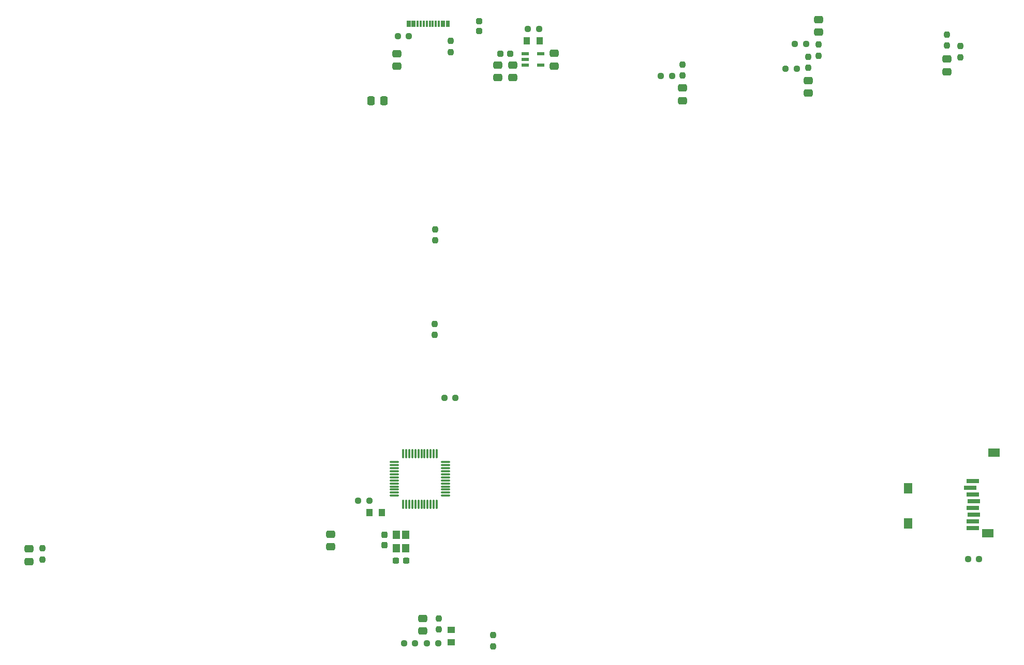
<source format=gtp>
G04 #@! TF.GenerationSoftware,KiCad,Pcbnew,8.0.3*
G04 #@! TF.CreationDate,2024-08-13T11:44:20+03:00*
G04 #@! TF.ProjectId,Keyboard_stm32,4b657962-6f61-4726-945f-73746d33322e,rev?*
G04 #@! TF.SameCoordinates,Original*
G04 #@! TF.FileFunction,Paste,Top*
G04 #@! TF.FilePolarity,Positive*
%FSLAX46Y46*%
G04 Gerber Fmt 4.6, Leading zero omitted, Abs format (unit mm)*
G04 Created by KiCad (PCBNEW 8.0.3) date 2024-08-13 11:44:20*
%MOMM*%
%LPD*%
G01*
G04 APERTURE LIST*
G04 Aperture macros list*
%AMRoundRect*
0 Rectangle with rounded corners*
0 $1 Rounding radius*
0 $2 $3 $4 $5 $6 $7 $8 $9 X,Y pos of 4 corners*
0 Add a 4 corners polygon primitive as box body*
4,1,4,$2,$3,$4,$5,$6,$7,$8,$9,$2,$3,0*
0 Add four circle primitives for the rounded corners*
1,1,$1+$1,$2,$3*
1,1,$1+$1,$4,$5*
1,1,$1+$1,$6,$7*
1,1,$1+$1,$8,$9*
0 Add four rect primitives between the rounded corners*
20,1,$1+$1,$2,$3,$4,$5,0*
20,1,$1+$1,$4,$5,$6,$7,0*
20,1,$1+$1,$6,$7,$8,$9,0*
20,1,$1+$1,$8,$9,$2,$3,0*%
G04 Aperture macros list end*
%ADD10RoundRect,0.250000X-0.250000X0.250000X-0.250000X-0.250000X0.250000X-0.250000X0.250000X0.250000X0*%
%ADD11RoundRect,0.237500X0.250000X0.237500X-0.250000X0.237500X-0.250000X-0.237500X0.250000X-0.237500X0*%
%ADD12R,1.400000X1.800000*%
%ADD13R,1.900000X1.400000*%
%ADD14R,2.000000X0.800000*%
%ADD15RoundRect,0.075000X0.075000X-0.662500X0.075000X0.662500X-0.075000X0.662500X-0.075000X-0.662500X0*%
%ADD16RoundRect,0.075000X0.662500X-0.075000X0.662500X0.075000X-0.662500X0.075000X-0.662500X-0.075000X0*%
%ADD17RoundRect,0.237500X-0.237500X0.250000X-0.237500X-0.250000X0.237500X-0.250000X0.237500X0.250000X0*%
%ADD18RoundRect,0.250000X-0.475000X0.337500X-0.475000X-0.337500X0.475000X-0.337500X0.475000X0.337500X0*%
%ADD19RoundRect,0.250000X0.475000X-0.337500X0.475000X0.337500X-0.475000X0.337500X-0.475000X-0.337500X0*%
%ADD20R,1.150000X1.400000*%
%ADD21R,1.300000X1.100000*%
%ADD22RoundRect,0.237500X-0.250000X-0.237500X0.250000X-0.237500X0.250000X0.237500X-0.250000X0.237500X0*%
%ADD23RoundRect,0.237500X-0.237500X0.300000X-0.237500X-0.300000X0.237500X-0.300000X0.237500X0.300000X0*%
%ADD24R,0.300000X1.100000*%
%ADD25RoundRect,0.237500X0.237500X-0.250000X0.237500X0.250000X-0.237500X0.250000X-0.237500X-0.250000X0*%
%ADD26RoundRect,0.237500X0.300000X0.237500X-0.300000X0.237500X-0.300000X-0.237500X0.300000X-0.237500X0*%
%ADD27R,1.100000X1.300000*%
%ADD28RoundRect,0.250000X-0.337500X-0.475000X0.337500X-0.475000X0.337500X0.475000X-0.337500X0.475000X0*%
%ADD29RoundRect,0.250000X-0.250000X-0.250000X0.250000X-0.250000X0.250000X0.250000X-0.250000X0.250000X0*%
%ADD30R,1.200000X0.600000*%
G04 APERTURE END LIST*
D10*
X143320000Y-33890000D03*
X143320000Y-35490000D03*
D11*
X139450000Y-95550000D03*
X137625000Y-95550000D03*
D12*
X213548750Y-110425000D03*
X213548750Y-116125000D03*
D13*
X227598750Y-104575000D03*
X226598750Y-117725000D03*
D14*
X224098750Y-109235000D03*
X223698750Y-110335000D03*
X224098750Y-111435000D03*
X224298750Y-112535000D03*
X224098750Y-113635000D03*
X224298750Y-114735000D03*
X224098750Y-115835000D03*
X224098750Y-116935000D03*
D11*
X125350000Y-112450000D03*
X123525000Y-112450000D03*
D15*
X130900000Y-113012500D03*
X131400000Y-113012500D03*
X131900000Y-113012500D03*
X132400000Y-113012500D03*
X132900000Y-113012500D03*
X133400000Y-113012500D03*
X133900000Y-113012500D03*
X134400000Y-113012500D03*
X134900000Y-113012500D03*
X135400000Y-113012500D03*
X135900000Y-113012500D03*
X136400000Y-113012500D03*
D16*
X137812500Y-111600000D03*
X137812500Y-111100000D03*
X137812500Y-110600000D03*
X137812500Y-110100000D03*
X137812500Y-109600000D03*
X137812500Y-109100000D03*
X137812500Y-108600000D03*
X137812500Y-108100000D03*
X137812500Y-107600000D03*
X137812500Y-107100000D03*
X137812500Y-106600000D03*
X137812500Y-106100000D03*
D15*
X136400000Y-104687500D03*
X135900000Y-104687500D03*
X135400000Y-104687500D03*
X134900000Y-104687500D03*
X134400000Y-104687500D03*
X133900000Y-104687500D03*
X133400000Y-104687500D03*
X132900000Y-104687500D03*
X132400000Y-104687500D03*
X131900000Y-104687500D03*
X131400000Y-104687500D03*
X130900000Y-104687500D03*
D16*
X129487500Y-106100000D03*
X129487500Y-106600000D03*
X129487500Y-107100000D03*
X129487500Y-107600000D03*
X129487500Y-108100000D03*
X129487500Y-108600000D03*
X129487500Y-109100000D03*
X129487500Y-109600000D03*
X129487500Y-110100000D03*
X129487500Y-110600000D03*
X129487500Y-111100000D03*
X129487500Y-111600000D03*
D17*
X219850000Y-36025000D03*
X219850000Y-37850000D03*
D18*
X197150000Y-43562500D03*
X197150000Y-45637500D03*
D19*
X69650000Y-122387500D03*
X69650000Y-120312500D03*
D17*
X136050000Y-83425000D03*
X136050000Y-85250000D03*
D20*
X129750000Y-117975000D03*
X129750000Y-120175000D03*
X131350000Y-120175000D03*
X131350000Y-117975000D03*
D21*
X138737500Y-133550000D03*
X138737500Y-135650000D03*
D22*
X151325000Y-35100000D03*
X153150000Y-35100000D03*
D23*
X127812500Y-117987500D03*
X127812500Y-119712500D03*
D11*
X136650000Y-135750000D03*
X134825000Y-135750000D03*
D22*
X173075000Y-42812500D03*
X174900000Y-42812500D03*
X131025000Y-135750000D03*
X132850000Y-135750000D03*
D17*
X197150000Y-39687500D03*
X197150000Y-41512500D03*
D18*
X119050000Y-117912500D03*
X119050000Y-119987500D03*
D24*
X138350000Y-34240000D03*
X137550000Y-34240000D03*
X136250000Y-34240000D03*
X135250000Y-34240000D03*
X134750000Y-34240000D03*
X133750000Y-34240000D03*
X132450000Y-34240000D03*
X131650000Y-34240000D03*
X131950000Y-34240000D03*
X132750000Y-34240000D03*
X133250000Y-34240000D03*
X134250000Y-34240000D03*
X135750000Y-34240000D03*
X136750000Y-34240000D03*
X137250000Y-34240000D03*
X138050000Y-34240000D03*
D17*
X176650000Y-40937500D03*
X176650000Y-42762500D03*
D22*
X223337500Y-121950000D03*
X225162500Y-121950000D03*
D25*
X198900000Y-39512500D03*
X198900000Y-37687500D03*
X222100000Y-39762500D03*
X222100000Y-37937500D03*
D11*
X195312500Y-41600000D03*
X193487500Y-41600000D03*
D18*
X219850000Y-40062500D03*
X219850000Y-42137500D03*
D26*
X131412500Y-122275000D03*
X129687500Y-122275000D03*
D25*
X136737500Y-133512500D03*
X136737500Y-131687500D03*
D22*
X194987500Y-37600000D03*
X196812500Y-37600000D03*
D19*
X129850000Y-41225000D03*
X129850000Y-39150000D03*
D18*
X176650000Y-44812500D03*
X176650000Y-46887500D03*
D27*
X151100000Y-37100000D03*
X153200000Y-37100000D03*
D17*
X138720000Y-37077500D03*
X138720000Y-38902500D03*
D25*
X145650000Y-136262500D03*
X145650000Y-134437500D03*
D28*
X125675000Y-46850000D03*
X127750000Y-46850000D03*
D29*
X146800000Y-39150000D03*
X148400000Y-39150000D03*
D17*
X136150000Y-67950000D03*
X136150000Y-69775000D03*
D30*
X150900000Y-39150000D03*
X150900000Y-40100000D03*
X150900000Y-41050000D03*
X153400000Y-41050000D03*
X153400000Y-39150000D03*
D22*
X130007500Y-36290000D03*
X131832500Y-36290000D03*
D18*
X148850000Y-41025000D03*
X148850000Y-43100000D03*
D17*
X71850000Y-120237500D03*
X71850000Y-122062500D03*
D27*
X125350000Y-114350000D03*
X127450000Y-114350000D03*
D19*
X198900000Y-35637500D03*
X198900000Y-33562500D03*
X134137500Y-133787500D03*
X134137500Y-131712500D03*
D18*
X155650000Y-39112500D03*
X155650000Y-41187500D03*
X146350000Y-41025000D03*
X146350000Y-43100000D03*
M02*

</source>
